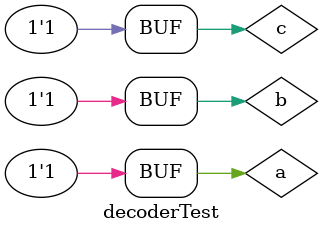
<source format=sv>
`timescale 1ns / 1ps


//module decoder3_8test(

//    );
//endmodule
module decoderTest();
    logic a,b,c, d0,d1,d2,d3,d4,d5,d6,d7;
    
    decoder3_8 uut(a,b,c, d0,d1,d2,d3,d4,d5,d6,d7);
    initial begin
        a = 0; b = 0; c = 0; #10;
        a = 0; b = 0; c = 1; #10;
        a = 0; b = 1; c = 0; #10;
        a = 0; b = 1; c = 1; #10;
        a = 1; b = 0; c = 0; #10;
        a = 1; b = 0; c = 1; #10;
        a = 1; b = 1; c = 0; #10;
        a = 1; b = 1; c = 1; #10;
    end
endmodule
</source>
